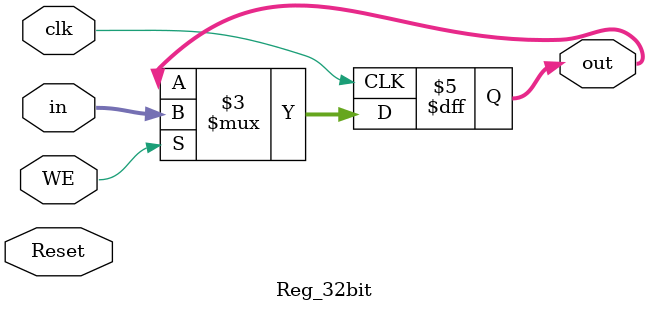
<source format=v>
`timescale 1ns / 1ps
module Reg_32bit(in, Reset, clk, WE, out);

// Parameterizing
parameter in_out_width = 32;

// Declaring Inputs
input [in_out_width-1:0] in;
input Reset, clk, WE;

// Declaring Outputs
output [in_out_width-1:0] out;
reg [in_out_width-1:0] out;

initial
	begin
		out <= 0;
	end
	 
always@(posedge clk)                      // Used To Check Positive Edge Of The Clock
    begin
	 if(WE)
		begin
			/*if(Reset)                           
					out <= 0;							// If Reset Is High Then Output Of FlipFlop Will Be 0
			else*/
					out <= in;            			// If Reset Is Low Then Output Of FlipFlop Will Be Input fed to it.
		end
	 end

endmodule

</source>
